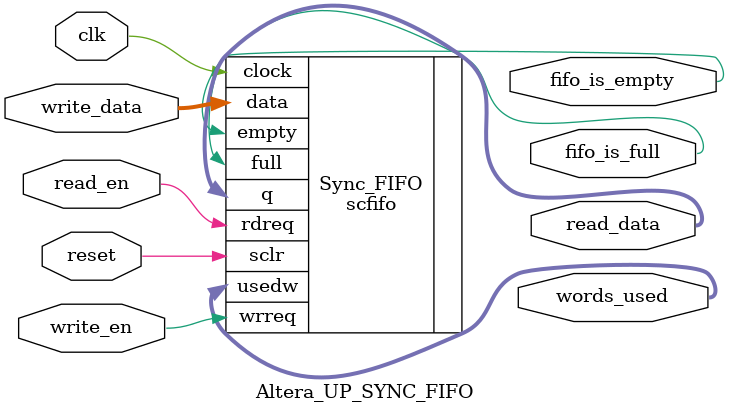
<source format=v>
/*****************************************************************************
 *                                                                           *
 * Module:       Altera_UP_SYNC_FIFO                                         *
 * Description:                                                              *
 *      This module is a FIFO with same clock for both reads and writes.     *
 *                                                                           *
 *****************************************************************************/

module Altera_UP_SYNC_FIFO (
	// Inputs
	clk,
	reset,

	write_en,
	write_data,

	read_en,
	
	// Bidirectionals

	// Outputs
	fifo_is_empty,
	fifo_is_full,
	words_used,

	read_data
);

/*****************************************************************************
 *                           Parameter Declarations                          *
 *****************************************************************************/

parameter	DATA_WIDTH	= 32;
parameter	DATA_DEPTH	= 128;
parameter	ADDR_WIDTH	= 7;

/*****************************************************************************
 *                             Port Declarations                             *
 *****************************************************************************/

// Inputs
input				clk;
input				reset;

input				write_en;
input		[DATA_WIDTH:1]	write_data;

input				read_en;

// Bidirectionals

// Outputs
output				fifo_is_empty;
output				fifo_is_full;
output		[ADDR_WIDTH:1]	words_used;

output		[DATA_WIDTH:1]	read_data;

/*****************************************************************************
 *                 Internal wires and registers Declarations                 *
 *****************************************************************************/

// Internal Wires

// Internal Registers

// State Machine Registers

/*****************************************************************************
 *                         Finite State Machine(s)                           *
 *****************************************************************************/


/*****************************************************************************
 *                             Sequential logic                              *
 *****************************************************************************/


/*****************************************************************************
 *                            Combinational logic                            *
 *****************************************************************************/


/*****************************************************************************
 *                              Internal Modules                             *
 *****************************************************************************/


scfifo	Sync_FIFO (
	// Inputs
	.clock			(clk),
	.sclr			(reset),

	.data			(write_data),
	.wrreq			(write_en),

	.rdreq			(read_en),

	// Bidirectionals

	// Outputs
	.empty			(fifo_is_empty),
	.full			(fifo_is_full),
	.usedw			(words_used),
	
	.q				(read_data)

	// Unused
	// synopsys translate_off
	,
	.aclr			(),
	.almost_empty	(),
	.almost_full	()
	// synopsys translate_on
);
defparam
	Sync_FIFO.add_ram_output_register	= "OFF",
	Sync_FIFO.intended_device_family	= "Cyclone V",
	Sync_FIFO.lpm_numwords				= DATA_DEPTH,
	Sync_FIFO.lpm_showahead				= "ON",
	Sync_FIFO.lpm_type					= "scfifo",
	Sync_FIFO.lpm_width					= DATA_WIDTH,
	Sync_FIFO.lpm_widthu				= ADDR_WIDTH,
	Sync_FIFO.overflow_checking			= "OFF",
	Sync_FIFO.underflow_checking		= "OFF",
	Sync_FIFO.use_eab					= "ON";

endmodule


</source>
